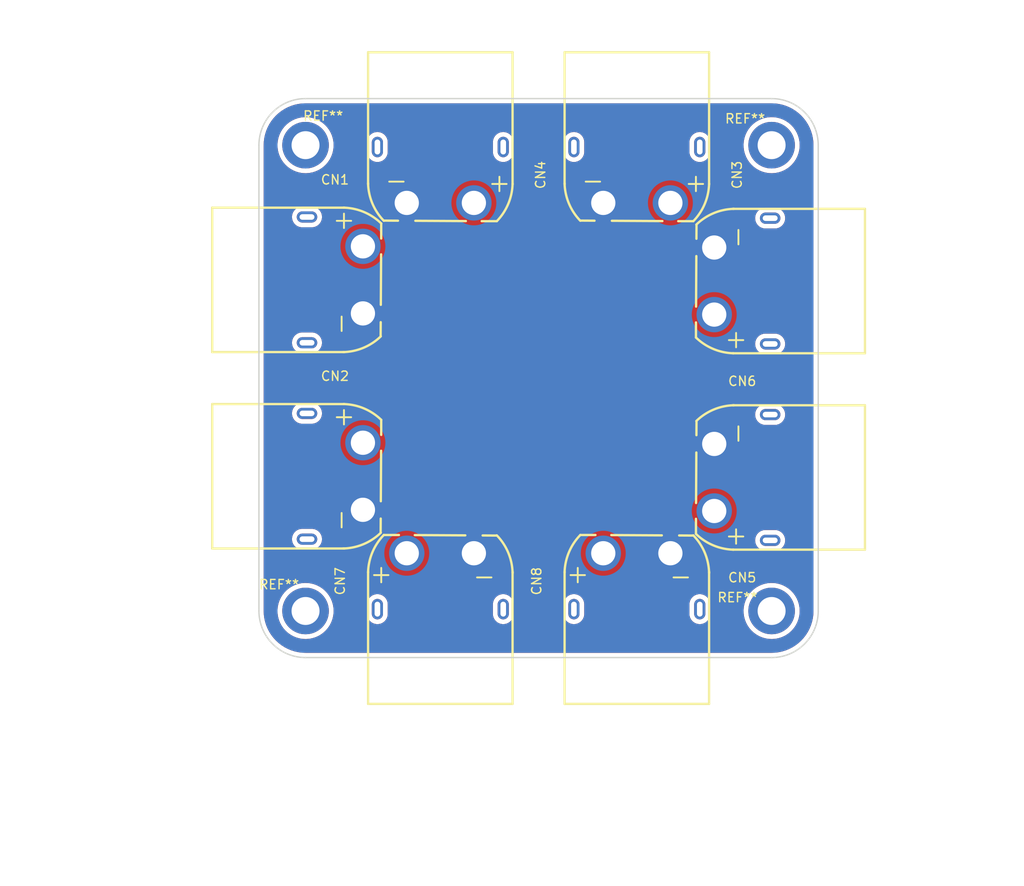
<source format=kicad_pcb>
(kicad_pcb (version 20211014) (generator pcbnew)
  (layers (0 "F.Cu" signal) (31 "B.Cu" signal) (34 "B.Paste" user) (35 "F.Paste" user) (36 "B.SilkS" user "B.Silkscreen") (37 "F.SilkS" user "F.Silkscreen") (38 "B.Mask" user) (39 "F.Mask" user) (44 "Edge.Cuts" user))
  (net 0 "")
  (net 3 "GND")
  (net 4 "VCC")
  (footprint "easyeda2kicad:CONN-TH_XT60PW-M" (layer "F.Cu") (at 153.156 64.459)
    (fp_text reference "CN1" (at 0 -10.75) (layer "F.SilkS"))
    (fp_text value "XT60PW-M")
    (fp_text user "-" (at 0.56 6.1 90) (layer "F.SilkS") (effects (font (size 2.03 2.03) (thickness 0.2)) (justify left)))
    (fp_text user "+" (at 0.81 -4.95 90) (layer "F.SilkS") (effects (font (size 2.03 2.03) (thickness 0.2)) (justify left)))
    (fp_line (start 4.96 -6.06) (end 4.96 -4.44) (layer "F.SilkS") (width 0.25))
    (fp_line (start 4.95 -2.74) (end 4.92 2.68) (layer "F.SilkS") (width 0.25))
    (fp_line (start -13.17 7.75) (end 1 7.75) (layer "F.SilkS") (width 0.25))
    (fp_line (start -13.17 -7.75) (end 1 -7.75) (layer "F.SilkS") (width 0.25))
    (fp_line (start 4.91 4.54) (end 4.9 5.99) (layer "F.SilkS") (width 0.25))
    (fp_line (start -13.17 7.75) (end -13.17 -7.75) (layer "F.SilkS") (width 0.25))
    (fp_arc (start 0.937455 -7.751975) (mid 3.10789 -7.284385) (end 4.96 -6.06) (layer "F.SilkS") (width 0.25))
    (fp_arc (start 4.92 6.06) (mid 3.063543 7.286212) (end 0.888027 7.752215) (layer "F.SilkS") (width 0.25))
    (pad "1" thru_hole circle locked (at 3 3.6 90) (size 3.8 3.8) (drill 2.599995) (layers *.Cu *.Paste *.Mask) (net 3 "GND"))
    (pad "2" thru_hole circle locked (at 3 -3.6 90) (size 3.8 3.8) (drill 2.599995) (layers *.Cu *.Paste *.Mask) (net 4 "VCC"))
    (pad "3" thru_hole oval locked (at -3 -6.75 90) (size 1.2 2.2) (drill oval 0.599999 1.599997) (layers *.Cu *.Paste *.Mask))
    (pad "4" thru_hole oval locked (at -3 6.75 90) (size 1.2 2.2) (drill oval 0.599999 1.599997) (layers *.Cu *.Paste *.Mask))
  )
  (footprint "easyeda2kicad:CONN-TH_XT60PW-M" (layer "F.Cu") (at 164.45888 96.803 90)
    (fp_text reference "CN7" (at 0 -10.75 90) (layer "F.SilkS"))
    (fp_text value "XT60PW-M")
    (fp_text user "-" (at 0.56 6.1) (layer "F.SilkS") (effects (font (size 2.03 2.03) (thickness 0.2)) (justify right)))
    (fp_text user "+" (at 0.81 -4.95) (layer "F.SilkS") (effects (font (size 2.03 2.03) (thickness 0.2)) (justify right)))
    (fp_line (start -13.17 -7.75) (end 1 -7.75) (layer "F.SilkS") (width 0.25))
    (fp_line (start 4.95 -2.74) (end 4.92 2.68) (layer "F.SilkS") (width 0.25))
    (fp_line (start 4.91 4.54) (end 4.9 5.99) (layer "F.SilkS") (width 0.25))
    (fp_line (start 4.96 -6.06) (end 4.96 -4.44) (layer "F.SilkS") (width 0.25))
    (fp_line (start -13.17 7.75) (end -13.17 -7.75) (layer "F.SilkS") (width 0.25))
    (fp_line (start -13.17 7.75) (end 1 7.75) (layer "F.SilkS") (width 0.25))
    (fp_arc (start 0.937455 -7.751975) (mid 3.10789 -7.284385) (end 4.96 -6.06) (layer "F.SilkS") (width 0.25))
    (fp_arc (start 4.92 6.06) (mid 3.063543 7.286212) (end 0.888027 7.752215) (layer "F.SilkS") (width 0.25))
    (pad "1" thru_hole circle locked (at 3 3.6 180) (size 3.8 3.8) (drill 2.599995) (layers *.Cu *.Paste *.Mask) (net 3 "GND"))
    (pad "2" thru_hole circle locked (at 3 -3.6 180) (size 3.8 3.8) (drill 2.599995) (layers *.Cu *.Paste *.Mask) (net 4 "VCC"))
    (pad "3" thru_hole oval locked (at -3 -6.75 180) (size 1.2 2.2) (drill oval 0.599999 1.599997) (layers *.Cu *.Paste *.Mask))
    (pad "4" thru_hole oval locked (at -3 6.75 180) (size 1.2 2.2) (drill oval 0.599999 1.599997) (layers *.Cu *.Paste *.Mask))
  )
  (footprint "easyeda2kicad:CONN-TH_XT60PW-M" (layer "F.Cu") (at 196.844 64.586 180)
    (fp_text reference "CN6" (at 0 -10.75) (layer "F.SilkS"))
    (fp_text value "XT60PW-M")
    (fp_text user "-" (at 0.56 6.1 90) (layer "F.SilkS") (effects (font (size 2.03 2.03) (thickness 0.2)) (justify right)))
    (fp_text user "+" (at 0.81 -4.95 90) (layer "F.SilkS") (effects (font (size 2.03 2.03) (thickness 0.2)) (justify right)))
    (fp_line (start 4.91 4.54) (end 4.9 5.99) (layer "F.SilkS") (width 0.25))
    (fp_line (start 4.96 -6.06) (end 4.96 -4.44) (layer "F.SilkS") (width 0.25))
    (fp_line (start -13.17 -7.75) (end 1 -7.75) (layer "F.SilkS") (width 0.25))
    (fp_line (start -13.17 7.75) (end 1 7.75) (layer "F.SilkS") (width 0.25))
    (fp_line (start 4.95 -2.74) (end 4.92 2.68) (layer "F.SilkS") (width 0.25))
    (fp_line (start -13.17 7.75) (end -13.17 -7.75) (layer "F.SilkS") (width 0.25))
    (fp_arc (start 0.937455 -7.751975) (mid 3.10789 -7.284385) (end 4.96 -6.06) (layer "F.SilkS") (width 0.25))
    (fp_arc (start 4.92 6.06) (mid 3.063543 7.286212) (end 0.888027 7.752215) (layer "F.SilkS") (width 0.25))
    (pad "1" thru_hole circle locked (at 3 3.6 270) (size 3.8 3.8) (drill 2.599995) (layers *.Cu *.Paste *.Mask) (net 3 "GND"))
    (pad "2" thru_hole circle locked (at 3 -3.6 270) (size 3.8 3.8) (drill 2.599995) (layers *.Cu *.Paste *.Mask) (net 4 "VCC"))
    (pad "3" thru_hole oval locked (at -3 -6.75 270) (size 1.2 2.2) (drill oval 0.599999 1.599997) (layers *.Cu *.Paste *.Mask))
    (pad "4" thru_hole oval locked (at -3 6.75 270) (size 1.2 2.2) (drill oval 0.599999 1.599997) (layers *.Cu *.Paste *.Mask))
  )
  (footprint "easyeda2kicad:CONN-TH_XT60PW-M" (layer "F.Cu") (at 185.54088 96.803 90)
    (fp_text reference "CN8" (at 0 -10.75 90) (layer "F.SilkS"))
    (fp_text value "XT60PW-M")
    (fp_text user "-" (at 0.56 6.1) (layer "F.SilkS") (effects (font (size 2.03 2.03) (thickness 0.2)) (justify right)))
    (fp_text user "+" (at 0.81 -4.95) (layer "F.SilkS") (effects (font (size 2.03 2.03) (thickness 0.2)) (justify right)))
    (fp_line (start 4.95 -2.74) (end 4.92 2.68) (layer "F.SilkS") (width 0.25))
    (fp_line (start -13.17 7.75) (end -13.17 -7.75) (layer "F.SilkS") (width 0.25))
    (fp_line (start 4.91 4.54) (end 4.9 5.99) (layer "F.SilkS") (width 0.25))
    (fp_line (start -13.17 -7.75) (end 1 -7.75) (layer "F.SilkS") (width 0.25))
    (fp_line (start 4.96 -6.06) (end 4.96 -4.44) (layer "F.SilkS") (width 0.25))
    (fp_line (start -13.17 7.75) (end 1 7.75) (layer "F.SilkS") (width 0.25))
    (fp_arc (start 0.937455 -7.751975) (mid 3.10789 -7.284385) (end 4.96 -6.06) (layer "F.SilkS") (width 0.25))
    (fp_arc (start 4.92 6.06) (mid 3.063543 7.286212) (end 0.888027 7.752215) (layer "F.SilkS") (width 0.25))
    (pad "1" thru_hole circle locked (at 3 3.6 180) (size 3.8 3.8) (drill 2.599995) (layers *.Cu *.Paste *.Mask) (net 3 "GND"))
    (pad "2" thru_hole circle locked (at 3 -3.6 180) (size 3.8 3.8) (drill 2.599995) (layers *.Cu *.Paste *.Mask) (net 4 "VCC"))
    (pad "3" thru_hole oval locked (at -3 -6.75 180) (size 1.2 2.2) (drill oval 0.599999 1.599997) (layers *.Cu *.Paste *.Mask))
    (pad "4" thru_hole oval locked (at -3 6.75 180) (size 1.2 2.2) (drill oval 0.599999 1.599997) (layers *.Cu *.Paste *.Mask))
  )
  (footprint "easyeda2kicad:3mm HOLE" (layer "F.Cu") (at 200 50)
    (fp_text reference "REF**" (at -2.84 -2.84 unlocked) (layer "F.SilkS"))
    (fp_text value "3mm HOLE")
    (pad "" np_thru_hole circle locked (at 0 0) (size 5 5) (drill 3) (layers F&B.Cu *.Mask))
  )
  (footprint "easyeda2kicad:CONN-TH_XT60PW-M" (layer "F.Cu") (at 196.844 85.668 180)
    (fp_text reference "CN5" (at 0 -10.75) (layer "F.SilkS"))
    (fp_text value "XT60PW-M")
    (fp_text user "+" (at 0.81 -4.95 90) (layer "F.SilkS") (effects (font (size 2.03 2.03) (thickness 0.2)) (justify right)))
    (fp_text user "-" (at 0.56 6.1 90) (layer "F.SilkS") (effects (font (size 2.03 2.03) (thickness 0.2)) (justify right)))
    (fp_line (start 4.95 -2.74) (end 4.92 2.68) (layer "F.SilkS") (width 0.25))
    (fp_line (start 4.91 4.54) (end 4.9 5.99) (layer "F.SilkS") (width 0.25))
    (fp_line (start -13.17 7.75) (end -13.17 -7.75) (layer "F.SilkS") (width 0.25))
    (fp_line (start -13.17 7.75) (end 1 7.75) (layer "F.SilkS") (width 0.25))
    (fp_line (start 4.96 -6.06) (end 4.96 -4.44) (layer "F.SilkS") (width 0.25))
    (fp_line (start -13.17 -7.75) (end 1 -7.75) (layer "F.SilkS") (width 0.25))
    (fp_arc (start 0.937455 -7.751975) (mid 3.10789 -7.284385) (end 4.96 -6.06) (layer "F.SilkS") (width 0.25))
    (fp_arc (start 4.92 6.06) (mid 3.063543 7.286212) (end 0.888027 7.752215) (layer "F.SilkS") (width 0.25))
    (pad "1" thru_hole circle locked (at 3 3.6 270) (size 3.8 3.8) (drill 2.599995) (layers *.Cu *.Paste *.Mask) (net 3 "GND"))
    (pad "2" thru_hole circle locked (at 3 -3.6 270) (size 3.8 3.8) (drill 2.599995) (layers *.Cu *.Paste *.Mask) (net 4 "VCC"))
    (pad "3" thru_hole oval locked (at -3 -6.75 270) (size 1.2 2.2) (drill oval 0.599999 1.599997) (layers *.Cu *.Paste *.Mask))
    (pad "4" thru_hole oval locked (at -3 6.75 270) (size 1.2 2.2) (drill oval 0.599999 1.599997) (layers *.Cu *.Paste *.Mask))
  )
  (footprint "easyeda2kicad:CONN-TH_XT60PW-M" (layer "F.Cu") (at 185.54112 53.197 -90)
    (fp_text reference "CN3" (at 0 -10.75 90) (layer "F.SilkS"))
    (fp_text value "XT60PW-M")
    (fp_text user "-" (at 0.56 6.1) (layer "F.SilkS") (effects (font (size 2.03 2.03) (thickness 0.2)) (justify left)))
    (fp_text user "+" (at 0.81 -4.95) (layer "F.SilkS") (effects (font (size 2.03 2.03) (thickness 0.2)) (justify left)))
    (fp_line (start -13.17 7.75) (end -13.17 -7.75) (layer "F.SilkS") (width 0.25))
    (fp_line (start 4.95 -2.74) (end 4.92 2.68) (layer "F.SilkS") (width 0.25))
    (fp_line (start 4.91 4.54) (end 4.9 5.99) (layer "F.SilkS") (width 0.25))
    (fp_line (start 4.96 -6.06) (end 4.96 -4.44) (layer "F.SilkS") (width 0.25))
    (fp_line (start -13.17 -7.75) (end 1 -7.75) (layer "F.SilkS") (width 0.25))
    (fp_line (start -13.17 7.75) (end 1 7.75) (layer "F.SilkS") (width 0.25))
    (fp_arc (start 0.937455 -7.751975) (mid 3.10789 -7.284385) (end 4.96 -6.06) (layer "F.SilkS") (width 0.25))
    (fp_arc (start 4.92 6.06) (mid 3.063543 7.286212) (end 0.888027 7.752215) (layer "F.SilkS") (width 0.25))
    (pad "1" thru_hole circle locked (at 3 3.6) (size 3.8 3.8) (drill 2.599995) (layers *.Cu *.Paste *.Mask) (net 3 "GND"))
    (pad "2" thru_hole circle locked (at 3 -3.6) (size 3.8 3.8) (drill 2.599995) (layers *.Cu *.Paste *.Mask) (net 4 "VCC"))
    (pad "3" thru_hole oval locked (at -3 -6.75) (size 1.2 2.2) (drill oval 0.599999 1.599997) (layers *.Cu *.Paste *.Mask))
    (pad "4" thru_hole oval locked (at -3 6.75) (size 1.2 2.2) (drill oval 0.599999 1.599997) (layers *.Cu *.Paste *.Mask))
  )
  (footprint "easyeda2kicad:CONN-TH_XT60PW-M" (layer "F.Cu") (at 153.156 85.541)
    (fp_text reference "CN2" (at 0 -10.75) (layer "F.SilkS"))
    (fp_text value "XT60PW-M")
    (fp_text user "+" (at 0.81 -4.95 90) (layer "F.SilkS") (effects (font (size 2.03 2.03) (thickness 0.2)) (justify left)))
    (fp_text user "-" (at 0.56 6.1 90) (layer "F.SilkS") (effects (font (size 2.03 2.03) (thickness 0.2)) (justify left)))
    (fp_line (start -13.17 7.75) (end 1 7.75) (layer "F.SilkS") (width 0.25))
    (fp_line (start 4.95 -2.74) (end 4.92 2.68) (layer "F.SilkS") (width 0.25))
    (fp_line (start 4.96 -6.06) (end 4.96 -4.44) (layer "F.SilkS") (width 0.25))
    (fp_line (start -13.17 7.75) (end -13.17 -7.75) (layer "F.SilkS") (width 0.25))
    (fp_line (start -13.17 -7.75) (end 1 -7.75) (layer "F.SilkS") (width 0.25))
    (fp_line (start 4.91 4.54) (end 4.9 5.99) (layer "F.SilkS") (width 0.25))
    (fp_arc (start 0.937455 -7.751975) (mid 3.10789 -7.284385) (end 4.96 -6.06) (layer "F.SilkS") (width 0.25))
    (fp_arc (start 4.92 6.06) (mid 3.063543 7.286212) (end 0.888027 7.752215) (layer "F.SilkS") (width 0.25))
    (pad "1" thru_hole circle locked (at 3 3.6 90) (size 3.8 3.8) (drill 2.599995) (layers *.Cu *.Paste *.Mask) (net 3 "GND"))
    (pad "2" thru_hole circle locked (at 3 -3.6 90) (size 3.8 3.8) (drill 2.599995) (layers *.Cu *.Paste *.Mask) (net 4 "VCC"))
    (pad "3" thru_hole oval locked (at -3 -6.75 90) (size 1.2 2.2) (drill oval 0.599999 1.599997) (layers *.Cu *.Paste *.Mask))
    (pad "4" thru_hole oval locked (at -3 6.75 90) (size 1.2 2.2) (drill oval 0.599999 1.599997) (layers *.Cu *.Paste *.Mask))
  )
  (footprint "easyeda2kicad:3mm HOLE" (layer "F.Cu") (at 150 100)
    (fp_text reference "REF**" (at -2.84 -2.84 unlocked) (layer "F.SilkS"))
    (fp_text value "3mm HOLE")
    (pad "" np_thru_hole circle locked (at 0 0) (size 5 5) (drill 3) (layers F&B.Cu *.Mask))
  )
  (footprint "easyeda2kicad:CONN-TH_XT60PW-M" (layer "F.Cu") (at 164.45912 53.197 -90)
    (fp_text reference "CN4" (at 0 -10.75 90) (layer "F.SilkS"))
    (fp_text value "XT60PW-M")
    (fp_text user "-" (at 0.56 6.1) (layer "F.SilkS") (effects (font (size 2.03 2.03) (thickness 0.2)) (justify left)))
    (fp_text user "+" (at 0.81 -4.95) (layer "F.SilkS") (effects (font (size 2.03 2.03) (thickness 0.2)) (justify left)))
    (fp_line (start -13.17 -7.75) (end 1 -7.75) (layer "F.SilkS") (width 0.25))
    (fp_line (start 4.95 -2.74) (end 4.92 2.68) (layer "F.SilkS") (width 0.25))
    (fp_line (start -13.17 7.75) (end 1 7.75) (layer "F.SilkS") (width 0.25))
    (fp_line (start -13.17 7.75) (end -13.17 -7.75) (layer "F.SilkS") (width 0.25))
    (fp_line (start 4.96 -6.06) (end 4.96 -4.44) (layer "F.SilkS") (width 0.25))
    (fp_line (start 4.91 4.54) (end 4.9 5.99) (layer "F.SilkS") (width 0.25))
    (fp_arc (start 0.937455 -7.751975) (mid 3.10789 -7.284385) (end 4.96 -6.06) (layer "F.SilkS") (width 0.25))
    (fp_arc (start 4.92 6.06) (mid 3.063543 7.286212) (end 0.888027 7.752215) (layer "F.SilkS") (width 0.25))
    (pad "1" thru_hole circle locked (at 3 3.6) (size 3.8 3.8) (drill 2.599995) (layers *.Cu *.Paste *.Mask) (net 3 "GND"))
    (pad "2" thru_hole circle locked (at 3 -3.6) (size 3.8 3.8) (drill 2.599995) (layers *.Cu *.Paste *.Mask) (net 4 "VCC"))
    (pad "3" thru_hole oval locked (at -3 -6.75) (size 1.2 2.2) (drill oval 0.599999 1.599997) (layers *.Cu *.Paste *.Mask))
    (pad "4" thru_hole oval locked (at -3 6.75) (size 1.2 2.2) (drill oval 0.599999 1.599997) (layers *.Cu *.Paste *.Mask))
  )
  (footprint "easyeda2kicad:3mm HOLE" (layer "F.Cu") (at 200 100)
    (fp_text reference "REF**" (at -3.658 -1.448 unlocked) (layer "F.SilkS"))
    (fp_text value "3mm HOLE")
    (pad "" np_thru_hole circle locked (at 0 0) (size 5 5) (drill 3) (layers F&B.Cu *.Mask))
  )
  (footprint "easyeda2kicad:3mm HOLE" (layer "F.Cu") (at 150 50)
    (fp_text reference "REF**" (at 1.892 -3.137 unlocked) (layer "F.SilkS"))
    (fp_text value "3mm HOLE")
    (pad "" np_thru_hole circle locked (at 0 0) (size 5 5) (drill 3) (layers F&B.Cu *.Mask))
  )
  (gr_arc (start 205 100) (mid 203.535534 103.535534) (end 200 105) (layer "Edge.Cuts") (width 0.15))
  (gr_line (start 150 105) (end 200 105) (layer "Edge.Cuts") (width 0.15))
  (gr_arc (start 145 50) (mid 146.464466 46.464466) (end 150 45) (layer "Edge.Cuts") (width 0.15))
  (gr_line (start 200 45) (end 150 45) (layer "Edge.Cuts") (width 0.15))
  (gr_arc (start 200 45) (mid 203.535534 46.464466) (end 205 50) (layer "Edge.Cuts") (width 0.15))
  (gr_arc (start 150 105) (mid 146.464466 103.535534) (end 145 100) (layer "Edge.Cuts") (width 0.15))
  (gr_line (start 145 50) (end 145 100) (layer "Edge.Cuts") (width 0.15))
  (gr_line (start 205 100) (end 205 50) (layer "Edge.Cuts") (width 0.15))
  (zone (net 4) (net_name "VCC") (layer "F.Cu") (connect_pads yes (clearance 0.508)) (min_thickness 0.254) (fill yes (thermal_gap 0.508) (thermal_bridge_width 0.508))
    (polygon (pts (xy 225.044 129.54) (xy 129.921 118.364) (xy 129.921 101.6) (xy 117.221 40.64) (xy 227.076 34.417)))
  )
  (zone (net 3) (net_name "GND") (layer "B.Cu") (connect_pads yes (clearance 0.508)) (min_thickness 0.254) (fill yes (thermal_gap 0.508) (thermal_bridge_width 0.508))
    (polygon (pts (xy 164.338 38.354) (xy 221.615 39.243) (xy 218.948 120.015) (xy 133.35 116.078) (xy 129.286 37.973)))
  )
)
</source>
